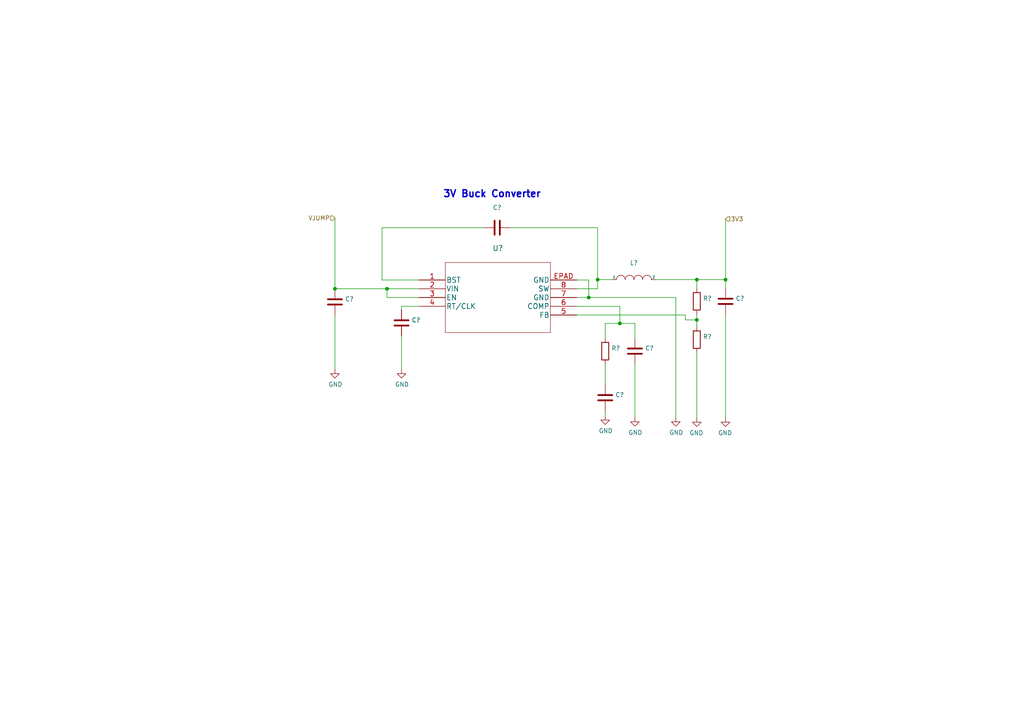
<source format=kicad_sch>
(kicad_sch (version 20211123) (generator eeschema)
  (paper "A4")
  (lib_symbols
    (symbol "Device:C" (pin_numbers hide) (pin_names (offset 0.254))
      (property "Reference" "C" (at 0.635 2.54 0))
      (property "Value" "C" (at 0.635 -2.54 0))
      (symbol "C_0_1"
        (polyline (pts (xy -2.032 -0.762) (xy 2.032 -0.762)) (stroke (width 0.508)))
        (polyline (pts (xy -2.032 0.762) (xy 2.032 0.762)) (stroke (width 0.508)))
      )
      (symbol "C_1_1"
        (pin passive line (at 0 3.81 270) (length 2.794) (name "~") (number "1"))
        (pin passive line (at 0 -3.81 90) (length 2.794) (name "~") (number "2"))
      )
    )
    (symbol "Device:R" (pin_numbers hide) (pin_names (offset 0))
      (property "Reference" "R" (at 2.032 0 90))
      (property "Value" "R" (at 0 0 90))
      (symbol "R_0_1"
        (rectangle (start -1.016 -2.54) (end 1.016 2.54) (stroke (width 0.254)))
      )
      (symbol "R_1_1"
        (pin passive line (at 0 3.81 270) (length 1.27) (name "~") (number "1"))
        (pin passive line (at 0 -3.81 90) (length 1.27) (name "~") (number "2"))
      )
    )
    (symbol "adp650:AP64350SP-13" (pin_names (offset 0.254))
      (property "Reference" "U" (at 22.86 10.16 0))
      (property "Value" "AP64350SP-13" (at 22.86 7.62 0))
      (symbol "AP64350SP-13_1_1"
        (polyline (pts (xy 7.62 -15.24) (xy 38.1 -15.24)) (stroke (width 0.127)))
        (polyline (pts (xy 7.62 5.08) (xy 7.62 -15.24)) (stroke (width 0.127)))
        (polyline (pts (xy 38.1 -15.24) (xy 38.1 5.08)) (stroke (width 0.127)))
        (polyline (pts (xy 38.1 5.08) (xy 7.62 5.08)) (stroke (width 0.127)))
        (pin power_in line (at 0 0 0) (length 7.62) (name "BST") (number "1"))
        (pin power_in line (at 0 -2.54 0) (length 7.62) (name "VIN") (number "2"))
        (pin input line (at 0 -5.08 0) (length 7.62) (name "EN") (number "3"))
        (pin unspecified line (at 0 -7.62 0) (length 7.62) (name "RT/CLK") (number "4"))
        (pin input line (at 45.72 -10.16 180) (length 7.62) (name "FB") (number "5"))
        (pin unspecified line (at 45.72 -7.62 180) (length 7.62) (name "COMP") (number "6"))
        (pin power_in line (at 45.72 -5.08 180) (length 7.62) (name "GND") (number "7"))
        (pin output line (at 45.72 -2.54 180) (length 7.62) (name "SW") (number "8"))
        (pin power_in line (at 45.72 0 180) (length 7.62) (name "GND") (number "EPAD"))
      )
    )
    (symbol "power:GND" (power) (pin_names (offset 0))
      (property "Value" "GND" (at 0 -3.81 0))
      (symbol "GND_0_1"
        (polyline (pts (xy 0 0) (xy 0 -1.27) (xy 1.27 -1.27) (xy 0 -2.54) (xy -1.27 -1.27) (xy 0 -1.27)))
      )
      (symbol "GND_1_1"
        (pin power_in line (at 0 0 270) (length 0) hide (name "GND") (number "1"))
      )
    )
    (symbol "pspice:INDUCTOR" (pin_numbers hide) (pin_names (offset 0))
      (property "Reference" "L" (at 0 2.54 0))
      (property "Value" "INDUCTOR" (at 0 -1.27 0))
      (symbol "INDUCTOR_0_1"
        (arc (start -2.54 0) (mid -3.81 1.27) (end -5.08 0))
        (arc (start 0 0) (mid -1.27 1.27) (end -2.54 0))
        (arc (start 2.54 0) (mid 1.27 1.27) (end 0 0))
        (arc (start 5.08 0) (mid 3.81 1.27) (end 2.54 0))
      )
      (symbol "INDUCTOR_1_1"
        (pin input line (at -6.35 0 0) (length 1.27) (name "1") (number "1"))
        (pin input line (at 6.35 0 180) (length 1.27) (name "2") (number "2"))
      )
    )
  )
  (junction (at 210.437 81.0985))
  (junction (at 202.1013 81.0985))
  (junction (at 170.7521 86.2947))
  (junction (at 112.2551 83.7547))
  (junction (at 173.3256 81.0985))
  (junction (at 202.1013 92.7805))
  (junction (at 179.7828 93.8107))
  (junction (at 97.1504 83.7547))
  (wire (pts (xy 198.7715 92.7805) (xy 202.1013 92.7805)))
  (wire (pts (xy 210.437 63.5181) (xy 210.437 81.0985)))
  (wire (pts (xy 121.5523 88.8347) (xy 116.4541 88.8347)))
  (wire (pts (xy 97.1504 91.3747) (xy 97.1504 107.1099)))
  (wire (pts (xy 184.1522 98.034) (xy 184.1522 93.8107)))
  (wire (pts (xy 167.2723 86.2947) (xy 170.7521 86.2947)))
  (wire (pts (xy 167.2723 91.3747) (xy 198.7715 91.3747)))
  (wire (pts (xy 210.437 81.0985) (xy 202.1013 81.0985)))
  (wire (pts (xy 170.7521 81.2147) (xy 170.7521 86.2947)))
  (wire (pts (xy 210.437 91.213) (xy 210.437 121.1682)))
  (wire (pts (xy 167.2723 81.2147) (xy 170.7521 81.2147)))
  (wire (pts (xy 140.3958 66.0535) (xy 110.8031 66.0535)))
  (wire (pts (xy 170.7521 86.2947) (xy 196.0129 86.2947)))
  (wire (pts (xy 148.0158 66.0535) (xy 173.3256 66.0535)))
  (wire (pts (xy 184.1522 105.654) (xy 184.1522 121.0694)))
  (wire (pts (xy 173.3256 66.0535) (xy 173.3256 81.0985)))
  (wire (pts (xy 116.4541 97.4754) (xy 116.4541 107.1099)))
  (wire (pts (xy 97.1504 63.2527) (xy 97.1504 83.7547)))
  (wire (pts (xy 202.1013 81.0985) (xy 202.1013 83.593)))
  (wire (pts (xy 175.5391 98.034) (xy 175.5391 93.8107)))
  (wire (pts (xy 175.5391 119.1631) (xy 175.5391 120.5687)))
  (wire (pts (xy 173.3256 81.0985) (xy 177.5161 81.0985)))
  (wire (pts (xy 202.1013 91.213) (xy 202.1013 92.7805)))
  (wire (pts (xy 121.5523 86.2947) (xy 112.2551 86.2947)))
  (wire (pts (xy 116.4541 88.8347) (xy 116.4541 89.8554)))
  (wire (pts (xy 97.1504 83.7547) (xy 112.2551 83.7547)))
  (wire (pts (xy 167.2723 83.7547) (xy 173.3256 83.7547)))
  (wire (pts (xy 167.2723 88.8347) (xy 179.7828 88.8347)))
  (wire (pts (xy 202.1013 102.3154) (xy 202.1013 121.1682)))
  (wire (pts (xy 173.3256 83.7547) (xy 173.3256 81.0985)))
  (wire (pts (xy 175.5391 105.654) (xy 175.5391 111.5431)))
  (wire (pts (xy 112.2551 86.2947) (xy 112.2551 83.7547)))
  (wire (pts (xy 198.7715 91.3747) (xy 198.7715 92.7805)))
  (wire (pts (xy 175.5391 93.8107) (xy 179.7828 93.8107)))
  (wire (pts (xy 179.7828 88.8347) (xy 179.7828 93.8107)))
  (wire (pts (xy 112.2551 83.7547) (xy 121.5523 83.7547)))
  (wire (pts (xy 110.8031 81.2147) (xy 121.5523 81.2147)))
  (wire (pts (xy 210.437 83.593) (xy 210.437 81.0985)))
  (wire (pts (xy 196.0129 86.2947) (xy 196.0129 121.0688)))
  (wire (pts (xy 190.2161 81.0985) (xy 202.1013 81.0985)))
  (wire (pts (xy 179.7828 93.8107) (xy 184.1522 93.8107)))
  (wire (pts (xy 202.1013 92.7805) (xy 202.1013 94.6954)))
  (wire (pts (xy 110.8031 66.0535) (xy 110.8031 81.2147)))
  (text "3V Buck Converter\n" (at 128.4131 57.5488 0) (effects (font (size 2.0066 2.0066) (thickness 0.4013) bold) (justify left bottom)))
  (hierarchical_label "3V3" (shape input) (at 210.437 63.5181 0))
  (hierarchical_label "VJUMP" (shape input) (at 97.1504 63.2527 180))
  (symbol (lib_id "power:GND") (at 97.1504 107.1099 0) (unit 1)
    (property "Reference" "#PWR?" (effects hide))
  )
  (symbol (lib_id "power:GND") (at 196.0129 121.0688 0) (unit 1)
    (property "Reference" "#PWR?" (effects hide))
  )
  (symbol (lib_id "Device:R") (at 202.1013 87.403 0) (unit 1)
    (property "Reference" "R?" (at 203.8793 86.5683 0) (effects (justify left)))
  )
  (symbol (lib_id "Device:C") (at 210.437 87.403 0) (unit 1)
    (property "Reference" "C?" (at 213.358 86.5683 0) (effects (justify left)))
  )
  (symbol (lib_id "Device:C") (at 144.2058 66.0535 90) (unit 1)
    (property "Reference" "C?" (at 144.2058 60.1947 90))
  )
  (symbol (lib_id "Device:C") (at 175.5391 115.3531 0) (unit 1)
    (property "Reference" "C?" (at 178.4601 114.5184 0) (effects (justify left)))
  )
  (symbol (lib_id "power:GND") (at 202.1013 121.1682 0) (mirror y) (unit 1)
    (property "Reference" "#PWR?" (effects hide))
  )
  (symbol (lib_id "power:GND") (at 184.1522 121.0694 0) (unit 1)
    (property "Reference" "#PWR?" (effects hide))
  )
  (symbol (lib_id "Device:C") (at 184.1522 101.844 0) (unit 1)
    (property "Reference" "C?" (at 187.0732 101.0093 0) (effects (justify left)))
  )
  (symbol (lib_id "power:GND") (at 210.437 121.1682 0) (mirror y) (unit 1)
    (property "Reference" "#PWR?" (effects hide))
  )
  (symbol (lib_id "Device:C") (at 97.1504 87.5647 0) (unit 1)
    (property "Reference" "C?" (at 100.0714 86.73 0) (effects (justify left)))
  )
  (symbol (lib_id "Device:C") (at 116.4541 93.6654 0) (unit 1)
    (property "Reference" "C?" (at 119.3751 92.8307 0) (effects (justify left)))
  )
  (symbol (lib_id "Device:R") (at 202.1013 98.5054 0) (unit 1)
    (property "Reference" "R?" (at 203.8793 97.6707 0) (effects (justify left)))
  )
  (symbol (lib_id "pspice:INDUCTOR") (at 183.8661 81.0985 0) (unit 1)
    (property "Reference" "L?" (at 183.8661 76.2557 0))
    (property "Datasheet" "744325550" (effects hide))
  )
  (symbol (lib_id "power:GND") (at 116.4541 107.1099 0) (unit 1)
    (property "Reference" "#PWR?" (effects hide))
  )
  (symbol (lib_id "power:GND") (at 175.5391 120.5687 0) (unit 1)
    (property "Reference" "#PWR?" (effects hide))
  )
  (symbol (lib_id "adp650:AP64350SP-13") (at 121.5523 81.2147 0) (unit 1)
    (property "Reference" "U?" (at 144.4123 71.9871 0) (effects (font (size 1.524 1.524))))
  )
  (symbol (lib_id "Device:R") (at 175.5391 101.844 0) (unit 1)
    (property "Reference" "R?" (at 177.3171 101.0093 0) (effects (justify left)))
  )
)
</source>
